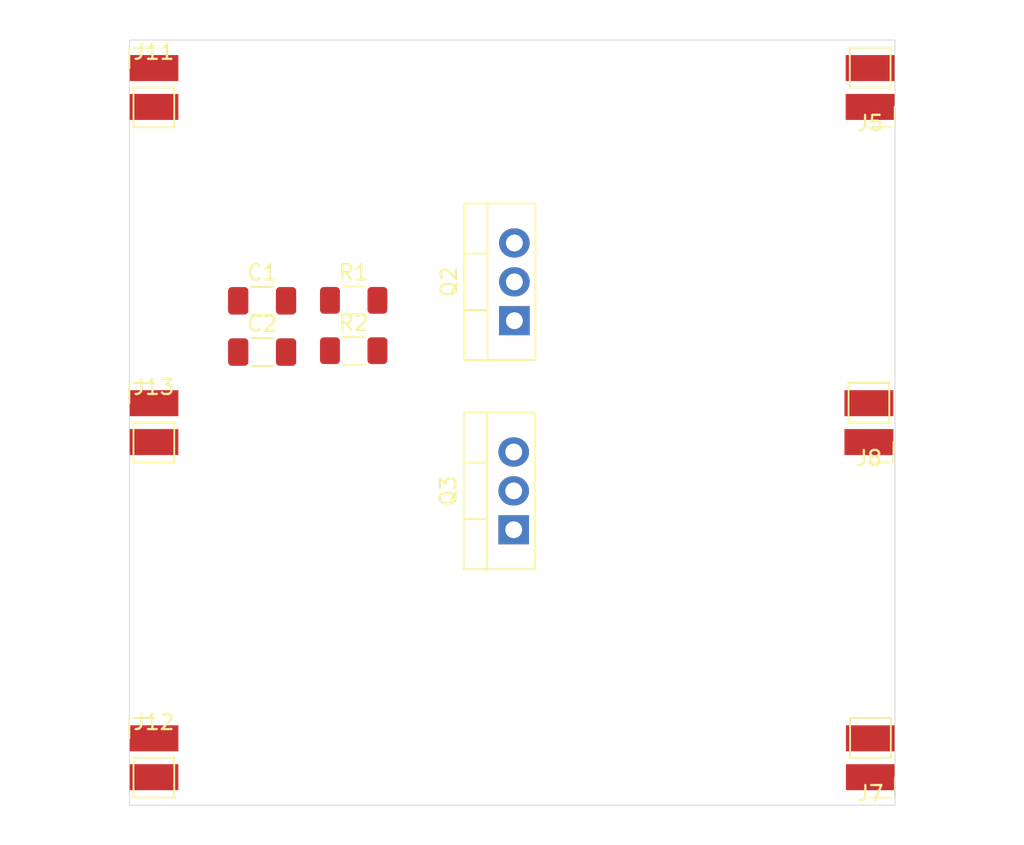
<source format=kicad_pcb>
(kicad_pcb (version 20241229) (generator "pcbnew") (generator_version "9.0")
  (layers (0 "F.Cu" signal) (2 "B.Cu" signal) (13 "F.Paste" user) (15 "B.Paste" user) (5 "F.SilkS" user "F.Silkscreen") (7 "B.SilkS" user "B.Silkscreen") (1 "F.Mask" user) (3 "B.Mask" user) (25 "Edge.Cuts" user))
  (net 0 "")
  (net 1 "VCC")
  (net 2 "GND")
  (net 3 "Net-(J8-Pin_1)")
  (net 4 "Net-(Q2-B)")
  (net 5 "Net-(Q2-E)")
  (net 6 "Net-(J13-Pin_1)")
  (footprint "primer_lib:PinHeader_1x02_P2.54mm_Polegnut" (layer "F.Cu") (at 101.6 103.1)
    (property "Reference" "J11" (at 0 -2.33 0) (layer "F.SilkS"))
    (property "Value" "Pinheader - muški")
    (fp_line (start -1.6 -1.27) (end -1.6 -2.6) (stroke (width 0.12)) (layer "F.SilkS"))
    (fp_line (start -1.33 -2.6) (end 0 -2.6) (stroke (width 0.12)) (layer "F.SilkS"))
    (fp_line (start -1.33 0) (end -1.33 2.6) (stroke (width 0.12)) (layer "F.SilkS"))
    (fp_line (start -1.33 0) (end 1.33 0) (stroke (width 0.12)) (layer "F.SilkS"))
    (fp_line (start -1.33 2.6) (end 1.33 2.6) (stroke (width 0.12)) (layer "F.SilkS"))
    (fp_line (start 1.33 0) (end 1.33 2.6) (stroke (width 0.12)) (layer "F.SilkS"))
    (pad "1" smd rect (at 0 -1.27) (size 3.2 1.7) (layers "F.Cu" "F.Mask" "F.Paste") (net 1 "VCC"))
    (pad "2" smd rect (at 0 1.27) (size 3.2 1.7) (layers "F.Cu" "F.Mask" "F.Paste") (net 1 "VCC"))
  )
  (footprint "primer_lib:PinHeader_1x02_P2.54mm_Polegnut" (layer "F.Cu") (at 101.6 146.9)
    (property "Reference" "J12" (at 0 -2.33 0) (layer "F.SilkS"))
    (property "Value" "Pinheader - muški")
    (fp_line (start -1.6 -1.27) (end -1.6 -2.6) (stroke (width 0.12)) (layer "F.SilkS"))
    (fp_line (start -1.33 -2.6) (end 0 -2.6) (stroke (width 0.12)) (layer "F.SilkS"))
    (fp_line (start -1.33 0) (end -1.33 2.6) (stroke (width 0.12)) (layer "F.SilkS"))
    (fp_line (start -1.33 0) (end 1.33 0) (stroke (width 0.12)) (layer "F.SilkS"))
    (fp_line (start -1.33 2.6) (end 1.33 2.6) (stroke (width 0.12)) (layer "F.SilkS"))
    (fp_line (start 1.33 0) (end 1.33 2.6) (stroke (width 0.12)) (layer "F.SilkS"))
    (pad "1" smd rect (at 0 -1.27) (size 3.2 1.7) (layers "F.Cu" "F.Mask" "F.Paste") (net 2 "GND"))
    (pad "2" smd rect (at 0 1.27) (size 3.2 1.7) (layers "F.Cu" "F.Mask" "F.Paste") (net 2 "GND"))
  )
  (footprint "Package_TO_SOT_THT:TO-220-3_Vertical" (layer "F.Cu") (at 125.145 118.34 90)
    (property "Reference" "Q2" (at 2.54 -4.27 90) (layer "F.SilkS"))
    (property "Value" "BD910")
    (fp_line (start 7.66 -3.27) (end 7.66 1.371) (stroke (width 0.12)) (layer "F.SilkS"))
    (fp_line (start 4.391 -3.27) (end 4.391 -1.76) (stroke (width 0.12)) (layer "F.SilkS"))
    (fp_line (start 0.69 -3.27) (end 0.69 -1.76) (stroke (width 0.12)) (layer "F.SilkS"))
    (fp_line (start -2.58 -3.27) (end 7.66 -3.27) (stroke (width 0.12)) (layer "F.SilkS"))
    (fp_line (start -2.58 -3.27) (end -2.58 1.371) (stroke (width 0.12)) (layer "F.SilkS"))
    (fp_line (start -2.58 -1.76) (end 7.66 -1.76) (stroke (width 0.12)) (layer "F.SilkS"))
    (fp_line (start -2.58 1.371) (end 7.66 1.371) (stroke (width 0.12)) (layer "F.SilkS"))
    (pad "1" thru_hole rect (at 0 0 90) (size 1.905 2) (drill 1.1) (layers "*.Cu" "*.Mask") (net 4 "Net-(Q2-B)"))
    (pad "2" thru_hole oval (at 2.54 0 90) (size 1.905 2) (drill 1.1) (layers "*.Cu" "*.Mask") (net 2 "GND"))
    (pad "3" thru_hole oval (at 5.08 0 90) (size 1.905 2) (drill 1.1) (layers "*.Cu" "*.Mask") (net 5 "Net-(Q2-E)"))
  )
  (footprint "Capacitor_SMD:C_1206_3216Metric_Pad1.33x1.80mm_HandSolder" (layer "F.Cu") (at 108.67 120.39)
    (property "Reference" "C2" (at 0 -1.85 0) (layer "F.SilkS"))
    (property "Value" "1u")
    (fp_line (start -0.711252 -0.91) (end 0.711252 -0.91) (stroke (width 0.12)) (layer "F.SilkS"))
    (fp_line (start -0.711252 0.91) (end 0.711252 0.91) (stroke (width 0.12)) (layer "F.SilkS"))
    (pad "1" smd roundrect (at -1.5625 0) (size 1.325 1.8) (layers "F.Cu" "F.Mask" "F.Paste") (roundrect_rratio 0.188679) (net 5 "Net-(Q2-E)"))
    (pad "2" smd roundrect (at 1.5625 0) (size 1.325 1.8) (layers "F.Cu" "F.Mask" "F.Paste") (roundrect_rratio 0.188679) (net 3 "Net-(J8-Pin_1)"))
  )
  (footprint "Resistor_SMD:R_1206_3216Metric_Pad1.30x1.75mm_HandSolder" (layer "F.Cu") (at 114.65 120.3)
    (property "Reference" "R2" (at 0 -1.82 0) (layer "F.SilkS"))
    (property "Value" "1k")
    (fp_line (start -0.727064 -0.91) (end 0.727064 -0.91) (stroke (width 0.12)) (layer "F.SilkS"))
    (fp_line (start -0.727064 0.91) (end 0.727064 0.91) (stroke (width 0.12)) (layer "F.SilkS"))
    (pad "1" smd roundrect (at -1.55 0) (size 1.3 1.75) (layers "F.Cu" "F.Mask" "F.Paste") (roundrect_rratio 0.192308) (net 4 "Net-(Q2-B)"))
    (pad "2" smd roundrect (at 1.55 0) (size 1.3 1.75) (layers "F.Cu" "F.Mask" "F.Paste") (roundrect_rratio 0.192308) (net 2 "GND"))
  )
  (footprint "Resistor_SMD:R_1206_3216Metric_Pad1.30x1.75mm_HandSolder" (layer "F.Cu") (at 114.65 117.01)
    (property "Reference" "R1" (at 0 -1.82 0) (layer "F.SilkS"))
    (property "Value" "1k")
    (fp_line (start -0.727064 -0.91) (end 0.727064 -0.91) (stroke (width 0.12)) (layer "F.SilkS"))
    (fp_line (start -0.727064 0.91) (end 0.727064 0.91) (stroke (width 0.12)) (layer "F.SilkS"))
    (pad "1" smd roundrect (at -1.55 0) (size 1.3 1.75) (layers "F.Cu" "F.Mask" "F.Paste") (roundrect_rratio 0.192308) (net 1 "VCC"))
    (pad "2" smd roundrect (at 1.55 0) (size 1.3 1.75) (layers "F.Cu" "F.Mask" "F.Paste") (roundrect_rratio 0.192308) (net 4 "Net-(Q2-B)"))
  )
  (footprint "primer_lib:PinSocket_1x02_P2.54mm_Polegnut" (layer "F.Cu") (at 148.4 146.9 180)
    (property "Reference" "J7" (at 0 -2.33 0) (layer "F.SilkS"))
    (property "Value" "Conn_01x02_Socket")
    (fp_line (start 1.33 0) (end 1.33 2.6) (stroke (width 0.12)) (layer "F.SilkS"))
    (fp_line (start -1.33 2.6) (end 1.33 2.6) (stroke (width 0.12)) (layer "F.SilkS"))
    (fp_line (start -1.33 0) (end 1.33 0) (stroke (width 0.12)) (layer "F.SilkS"))
    (fp_line (start -1.33 0) (end -1.33 2.6) (stroke (width 0.12)) (layer "F.SilkS"))
    (fp_line (start -1.33 -2.6) (end 0 -2.6) (stroke (width 0.12)) (layer "F.SilkS"))
    (fp_line (start -1.6 -1.27) (end -1.6 -2.6) (stroke (width 0.12)) (layer "F.SilkS"))
    (pad "1" smd rect (at 0 -1.27 180) (size 3.2 1.7) (layers "F.Cu" "F.Mask" "F.Paste") (net 2 "GND"))
    (pad "2" smd rect (at 0 1.27 180) (size 3.2 1.7) (layers "F.Cu" "F.Mask" "F.Paste") (net 2 "GND"))
  )
  (footprint "Package_TO_SOT_THT:TO-220-3_Vertical" (layer "F.Cu") (at 125.1 132 90)
    (property "Reference" "Q3" (at 2.54 -4.27 90) (layer "F.SilkS"))
    (property "Value" "BD909")
    (fp_line (start 7.66 -3.27) (end 7.66 1.371) (stroke (width 0.12)) (layer "F.SilkS"))
    (fp_line (start 4.391 -3.27) (end 4.391 -1.76) (stroke (width 0.12)) (layer "F.SilkS"))
    (fp_line (start 0.69 -3.27) (end 0.69 -1.76) (stroke (width 0.12)) (layer "F.SilkS"))
    (fp_line (start -2.58 -3.27) (end 7.66 -3.27) (stroke (width 0.12)) (layer "F.SilkS"))
    (fp_line (start -2.58 -3.27) (end -2.58 1.371) (stroke (width 0.12)) (layer "F.SilkS"))
    (fp_line (start -2.58 -1.76) (end 7.66 -1.76) (stroke (width 0.12)) (layer "F.SilkS"))
    (fp_line (start -2.58 1.371) (end 7.66 1.371) (stroke (width 0.12)) (layer "F.SilkS"))
    (pad "1" thru_hole rect (at 0 0 90) (size 1.905 2) (drill 1.1) (layers "*.Cu" "*.Mask") (net 4 "Net-(Q2-B)"))
    (pad "2" thru_hole oval (at 2.54 0 90) (size 1.905 2) (drill 1.1) (layers "*.Cu" "*.Mask") (net 1 "VCC"))
    (pad "3" thru_hole oval (at 5.08 0 90) (size 1.905 2) (drill 1.1) (layers "*.Cu" "*.Mask") (net 5 "Net-(Q2-E)"))
  )
  (footprint "primer_lib:PinSocket_1x02_P2.54mm_Polegnut" (layer "F.Cu") (at 148.3825 103.1 180)
    (property "Reference" "J5" (at 0 -2.33 0) (layer "F.SilkS"))
    (property "Value" "Conn_01x02_Socket")
    (fp_line (start 1.33 0) (end 1.33 2.6) (stroke (width 0.12)) (layer "F.SilkS"))
    (fp_line (start -1.33 2.6) (end 1.33 2.6) (stroke (width 0.12)) (layer "F.SilkS"))
    (fp_line (start -1.33 0) (end 1.33 0) (stroke (width 0.12)) (layer "F.SilkS"))
    (fp_line (start -1.33 0) (end -1.33 2.6) (stroke (width 0.12)) (layer "F.SilkS"))
    (fp_line (start -1.33 -2.6) (end 0 -2.6) (stroke (width 0.12)) (layer "F.SilkS"))
    (fp_line (start -1.6 -1.27) (end -1.6 -2.6) (stroke (width 0.12)) (layer "F.SilkS"))
    (pad "1" smd rect (at 0 -1.27 180) (size 3.2 1.7) (layers "F.Cu" "F.Mask" "F.Paste") (net 1 "VCC"))
    (pad "2" smd rect (at 0 1.27 180) (size 3.2 1.7) (layers "F.Cu" "F.Mask" "F.Paste") (net 1 "VCC"))
  )
  (footprint "primer_lib:PinHeader_1x02_P2.54mm_Polegnut" (layer "F.Cu") (at 101.6 125)
    (property "Reference" "J13" (at 0 -2.33 0) (layer "F.SilkS"))
    (property "Value" "Pinheader - muški")
    (fp_line (start -1.6 -1.27) (end -1.6 -2.6) (stroke (width 0.12)) (layer "F.SilkS"))
    (fp_line (start -1.33 -2.6) (end 0 -2.6) (stroke (width 0.12)) (layer "F.SilkS"))
    (fp_line (start -1.33 0) (end -1.33 2.6) (stroke (width 0.12)) (layer "F.SilkS"))
    (fp_line (start -1.33 0) (end 1.33 0) (stroke (width 0.12)) (layer "F.SilkS"))
    (fp_line (start -1.33 2.6) (end 1.33 2.6) (stroke (width 0.12)) (layer "F.SilkS"))
    (fp_line (start 1.33 0) (end 1.33 2.6) (stroke (width 0.12)) (layer "F.SilkS"))
    (pad "1" smd rect (at 0 -1.27) (size 3.2 1.7) (layers "F.Cu" "F.Mask" "F.Paste") (net 6 "Net-(J13-Pin_1)"))
    (pad "2" smd rect (at 0 1.27) (size 3.2 1.7) (layers "F.Cu" "F.Mask" "F.Paste") (net 2 "GND"))
  )
  (footprint "primer_lib:PinSocket_1x02_P2.54mm_Polegnut" (layer "F.Cu") (at 148.3 125 180)
    (property "Reference" "J8" (at 0 -2.33 0) (layer "F.SilkS"))
    (property "Value" "Conn_01x02_Socket")
    (fp_line (start 1.33 0) (end 1.33 2.6) (stroke (width 0.12)) (layer "F.SilkS"))
    (fp_line (start -1.33 2.6) (end 1.33 2.6) (stroke (width 0.12)) (layer "F.SilkS"))
    (fp_line (start -1.33 0) (end 1.33 0) (stroke (width 0.12)) (layer "F.SilkS"))
    (fp_line (start -1.33 0) (end -1.33 2.6) (stroke (width 0.12)) (layer "F.SilkS"))
    (fp_line (start -1.33 -2.6) (end 0 -2.6) (stroke (width 0.12)) (layer "F.SilkS"))
    (fp_line (start -1.6 -1.27) (end -1.6 -2.6) (stroke (width 0.12)) (layer "F.SilkS"))
    (pad "1" smd rect (at 0 -1.27 180) (size 3.2 1.7) (layers "F.Cu" "F.Mask" "F.Paste") (net 3 "Net-(J8-Pin_1)"))
    (pad "2" smd rect (at 0 1.27 180) (size 3.2 1.7) (layers "F.Cu" "F.Mask" "F.Paste") (net 2 "GND"))
  )
  (footprint "Capacitor_SMD:C_1206_3216Metric_Pad1.33x1.80mm_HandSolder" (layer "F.Cu") (at 108.67 117.04)
    (property "Reference" "C1" (at 0 -1.85 0) (layer "F.SilkS"))
    (property "Value" "1u")
    (fp_line (start -0.711252 -0.91) (end 0.711252 -0.91) (stroke (width 0.12)) (layer "F.SilkS"))
    (fp_line (start -0.711252 0.91) (end 0.711252 0.91) (stroke (width 0.12)) (layer "F.SilkS"))
    (pad "1" smd roundrect (at -1.5625 0) (size 1.325 1.8) (layers "F.Cu" "F.Mask" "F.Paste") (roundrect_rratio 0.188679) (net 6 "Net-(J13-Pin_1)"))
    (pad "2" smd roundrect (at 1.5625 0) (size 1.325 1.8) (layers "F.Cu" "F.Mask" "F.Paste") (roundrect_rratio 0.188679) (net 4 "Net-(Q2-B)"))
  )
  (gr_rect (start 100 100) (end 150 150) (stroke (width 0.05)) (fill no) (layer "Edge.Cuts"))
)
</source>
